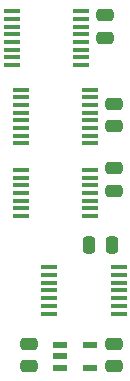
<source format=gtp>
%TF.GenerationSoftware,KiCad,Pcbnew,8.0.7*%
%TF.CreationDate,2025-01-07T17:53:55+02:00*%
%TF.ProjectId,Video Row Latch,56696465-6f20-4526-9f77-204c61746368,V0*%
%TF.SameCoordinates,Original*%
%TF.FileFunction,Paste,Top*%
%TF.FilePolarity,Positive*%
%FSLAX46Y46*%
G04 Gerber Fmt 4.6, Leading zero omitted, Abs format (unit mm)*
G04 Created by KiCad (PCBNEW 8.0.7) date 2025-01-07 17:53:55*
%MOMM*%
%LPD*%
G01*
G04 APERTURE LIST*
G04 Aperture macros list*
%AMRoundRect*
0 Rectangle with rounded corners*
0 $1 Rounding radius*
0 $2 $3 $4 $5 $6 $7 $8 $9 X,Y pos of 4 corners*
0 Add a 4 corners polygon primitive as box body*
4,1,4,$2,$3,$4,$5,$6,$7,$8,$9,$2,$3,0*
0 Add four circle primitives for the rounded corners*
1,1,$1+$1,$2,$3*
1,1,$1+$1,$4,$5*
1,1,$1+$1,$6,$7*
1,1,$1+$1,$8,$9*
0 Add four rect primitives between the rounded corners*
20,1,$1+$1,$2,$3,$4,$5,0*
20,1,$1+$1,$4,$5,$6,$7,0*
20,1,$1+$1,$6,$7,$8,$9,0*
20,1,$1+$1,$8,$9,$2,$3,0*%
G04 Aperture macros list end*
%ADD10RoundRect,0.250000X0.475000X-0.250000X0.475000X0.250000X-0.475000X0.250000X-0.475000X-0.250000X0*%
%ADD11R,1.475000X0.450000*%
%ADD12R,1.450000X0.450000*%
%ADD13RoundRect,0.250000X-0.475000X0.250000X-0.475000X-0.250000X0.475000X-0.250000X0.475000X0.250000X0*%
%ADD14R,1.150000X0.600000*%
%ADD15RoundRect,0.250000X0.250000X0.475000X-0.250000X0.475000X-0.250000X-0.475000X0.250000X-0.475000X0*%
G04 APERTURE END LIST*
D10*
%TO.C,C9*%
X12065000Y-28874000D03*
X12065000Y-26974000D03*
%TD*%
D11*
%TO.C,IC6*%
X6587000Y-20529000D03*
X6587000Y-21179000D03*
X6587000Y-21829000D03*
X6587000Y-22479000D03*
X6587000Y-23129000D03*
X6587000Y-23779000D03*
X6587000Y-24429000D03*
X12463000Y-24429000D03*
X12463000Y-23779000D03*
X12463000Y-23129000D03*
X12463000Y-22479000D03*
X12463000Y-21829000D03*
X12463000Y-21179000D03*
X12463000Y-20529000D03*
%TD*%
D12*
%TO.C,IC2*%
X4183000Y-5485000D03*
X4183000Y-6135000D03*
X4183000Y-6785000D03*
X4183000Y-7435000D03*
X4183000Y-8085000D03*
X4183000Y-8735000D03*
X4183000Y-9385000D03*
X4183000Y-10035000D03*
X10033000Y-10035000D03*
X10033000Y-9385000D03*
X10033000Y-8735000D03*
X10033000Y-8085000D03*
X10033000Y-7435000D03*
X10033000Y-6785000D03*
X10033000Y-6135000D03*
X10033000Y-5485000D03*
%TD*%
D11*
%TO.C,IC3*%
X4174000Y-12274000D03*
X4174000Y-12924000D03*
X4174000Y-13574000D03*
X4174000Y-14224000D03*
X4174000Y-14874000D03*
X4174000Y-15524000D03*
X4174000Y-16174000D03*
X10050000Y-16174000D03*
X10050000Y-15524000D03*
X10050000Y-14874000D03*
X10050000Y-14224000D03*
X10050000Y-13574000D03*
X10050000Y-12924000D03*
X10050000Y-12274000D03*
%TD*%
D12*
%TO.C,IC1*%
X3401000Y1165000D03*
X3401000Y515000D03*
X3401000Y-135000D03*
X3401000Y-785000D03*
X3401000Y-1435000D03*
X3401000Y-2085000D03*
X3401000Y-2735000D03*
X3401000Y-3385000D03*
X9251000Y-3385000D03*
X9251000Y-2735000D03*
X9251000Y-2085000D03*
X9251000Y-1435000D03*
X9251000Y-785000D03*
X9251000Y-135000D03*
X9251000Y515000D03*
X9251000Y1165000D03*
%TD*%
D13*
%TO.C,C1*%
X12065000Y-6686000D03*
X12065000Y-8586000D03*
%TD*%
D10*
%TO.C,C8*%
X4826000Y-28874000D03*
X4826000Y-26974000D03*
%TD*%
D13*
%TO.C,C5*%
X12065000Y-12147000D03*
X12065000Y-14047000D03*
%TD*%
D14*
%TO.C,IC7*%
X7463000Y-27117000D03*
X7463000Y-28067000D03*
X7463000Y-29017000D03*
X10063000Y-29017000D03*
X10063000Y-27117000D03*
%TD*%
D13*
%TO.C,C2*%
X11303000Y807000D03*
X11303000Y-1093000D03*
%TD*%
D15*
%TO.C,C4*%
X11856000Y-18669000D03*
X9956000Y-18669000D03*
%TD*%
M02*

</source>
